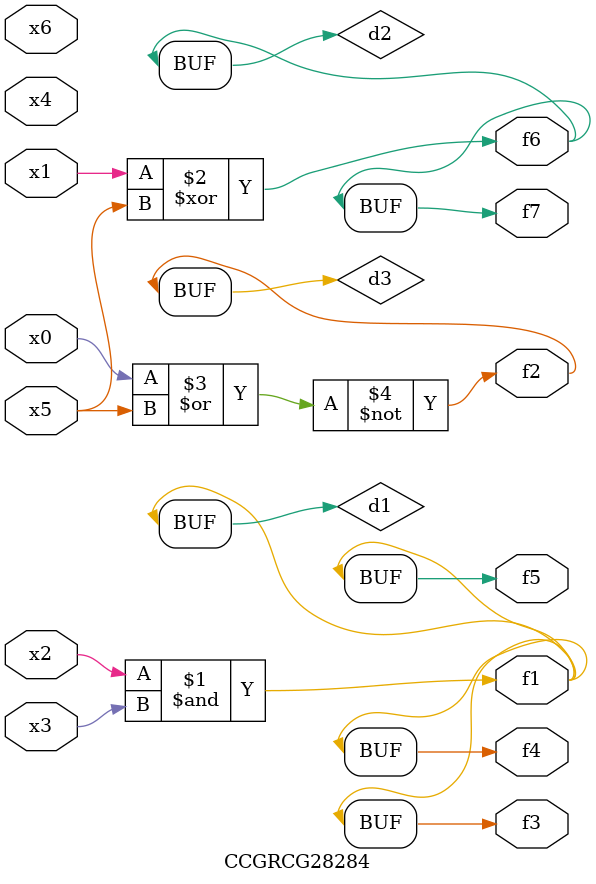
<source format=v>
module CCGRCG28284(
	input x0, x1, x2, x3, x4, x5, x6,
	output f1, f2, f3, f4, f5, f6, f7
);

	wire d1, d2, d3;

	and (d1, x2, x3);
	xor (d2, x1, x5);
	nor (d3, x0, x5);
	assign f1 = d1;
	assign f2 = d3;
	assign f3 = d1;
	assign f4 = d1;
	assign f5 = d1;
	assign f6 = d2;
	assign f7 = d2;
endmodule

</source>
